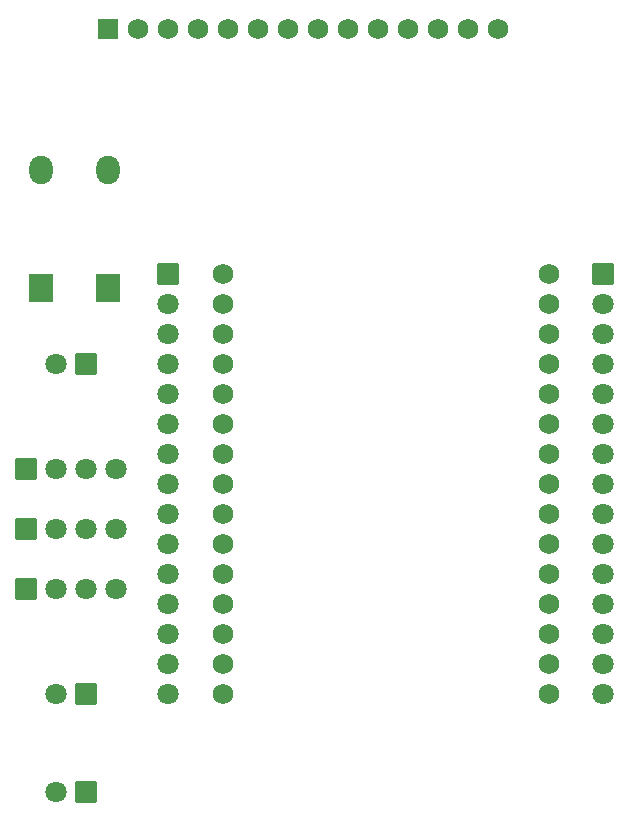
<source format=gbs>
G04 Layer: BottomSolderMaskLayer*
G04 EasyEDA v6.5.47, 2024-09-27 13:25:38*
G04 cb8a5c33274e4434a5d5d060cedbf222,e87ba6ffdfb0417d91de07616a749205,10*
G04 Gerber Generator version 0.2*
G04 Scale: 100 percent, Rotated: No, Reflected: No *
G04 Dimensions in millimeters *
G04 leading zeros omitted , absolute positions ,4 integer and 5 decimal *
%FSLAX45Y45*%
%MOMM*%

%AMMACRO1*4,1,8,-0.8042,-0.8636,-0.8636,-0.8039,-0.8636,0.8042,-0.8042,0.8636,0.8039,0.8636,0.8636,0.8042,0.8636,-0.8039,0.8039,-0.8636,-0.8042,-0.8636,0*%
%AMMACRO2*4,1,8,-0.9421,-1.2017,-1.0015,-1.142,-1.0015,1.1422,-0.9421,1.2017,0.9418,1.2017,1.0015,1.1422,1.0015,-1.142,0.9418,-1.2017,-0.9421,-1.2017,0*%
%AMMACRO3*4,1,8,-0.8573,-0.9017,-0.9017,-0.857,-0.9017,0.8573,-0.8573,0.9017,0.857,0.9017,0.9017,0.8573,0.9017,-0.857,0.857,-0.9017,-0.8573,-0.9017,0*%
%ADD10MACRO1*%
%ADD11C,1.7272*%
%ADD12MACRO2*%
%ADD13O,2.0031963999999998X2.4031956000000005*%
%ADD14MACRO3*%
%ADD15C,1.8034*%

%LPD*%
D10*
G01*
X1144727Y-212547D03*
D11*
G01*
X1398752Y-212547D03*
G01*
X1652752Y-212547D03*
G01*
X1906752Y-212547D03*
G01*
X2160752Y-212547D03*
G01*
X2414752Y-212547D03*
G01*
X2668752Y-212547D03*
G01*
X2922752Y-212547D03*
G01*
X3176752Y-212547D03*
G01*
X3430752Y-212547D03*
G01*
X3684752Y-212547D03*
G01*
X3938752Y-212547D03*
G01*
X4192752Y-212547D03*
G01*
X4446752Y-212547D03*
G01*
X2112492Y-2286000D03*
G01*
X2112492Y-2540000D03*
G01*
X2112492Y-2794000D03*
G01*
X2112492Y-3048000D03*
G01*
X2112492Y-3302000D03*
G01*
X2112492Y-3556000D03*
G01*
X2112492Y-3810000D03*
G01*
X2112492Y-4064000D03*
G01*
X2112492Y-4318000D03*
G01*
X2112492Y-4572000D03*
G01*
X2112492Y-4826000D03*
G01*
X2112492Y-5080000D03*
G01*
X2112492Y-5334000D03*
G01*
X2112492Y-5588000D03*
G01*
X2112492Y-5842000D03*
G01*
X4872507Y-5842000D03*
G01*
X4872507Y-5588000D03*
G01*
X4872507Y-5334000D03*
G01*
X4872507Y-5080000D03*
G01*
X4872507Y-4826000D03*
G01*
X4872507Y-4572000D03*
G01*
X4872507Y-4318000D03*
G01*
X4872507Y-4064000D03*
G01*
X4872507Y-3810000D03*
G01*
X4872507Y-3556000D03*
G01*
X4872507Y-3302000D03*
G01*
X4872507Y-3048000D03*
G01*
X4872507Y-2794000D03*
G01*
X4872507Y-2540000D03*
G01*
X4872507Y-2286000D03*
D12*
G01*
X571500Y-2404999D03*
D13*
G01*
X571500Y-1405001D03*
D12*
G01*
X1143000Y-2404999D03*
D13*
G01*
X1143000Y-1405001D03*
D14*
G01*
X444500Y-4953000D03*
D15*
G01*
X698500Y-4953000D03*
G01*
X952500Y-4953000D03*
G01*
X1206500Y-4953000D03*
D14*
G01*
X444500Y-4445000D03*
D15*
G01*
X698500Y-4445000D03*
G01*
X952500Y-4445000D03*
G01*
X1206500Y-4445000D03*
D14*
G01*
X444500Y-3937000D03*
D15*
G01*
X698500Y-3937000D03*
G01*
X952500Y-3937000D03*
G01*
X1206500Y-3937000D03*
D14*
G01*
X952500Y-3048000D03*
D15*
G01*
X698500Y-3048000D03*
D14*
G01*
X952500Y-5842000D03*
D15*
G01*
X698500Y-5842000D03*
D14*
G01*
X952500Y-6667500D03*
D15*
G01*
X698500Y-6667500D03*
D14*
G01*
X1651000Y-2286000D03*
D15*
G01*
X1651000Y-2539974D03*
G01*
X1651000Y-2793974D03*
G01*
X1651000Y-3047974D03*
G01*
X1651000Y-3301974D03*
G01*
X1651000Y-3555974D03*
G01*
X1651000Y-3809974D03*
G01*
X1651000Y-4063974D03*
G01*
X1651000Y-4317974D03*
G01*
X1651000Y-4571974D03*
G01*
X1651000Y-4825974D03*
G01*
X1651000Y-5079974D03*
G01*
X1651000Y-5333974D03*
G01*
X1651000Y-5587974D03*
G01*
X1651000Y-5841974D03*
D14*
G01*
X5334000Y-2286000D03*
D15*
G01*
X5334000Y-2540000D03*
G01*
X5334000Y-2794000D03*
G01*
X5334000Y-3048000D03*
G01*
X5334000Y-3302000D03*
G01*
X5334000Y-3556000D03*
G01*
X5334000Y-3810000D03*
G01*
X5334000Y-4064000D03*
G01*
X5334000Y-4318000D03*
G01*
X5334000Y-4572000D03*
G01*
X5334000Y-4826000D03*
G01*
X5334000Y-5080000D03*
G01*
X5334000Y-5334000D03*
G01*
X5334000Y-5588000D03*
G01*
X5334000Y-5842000D03*
M02*

</source>
